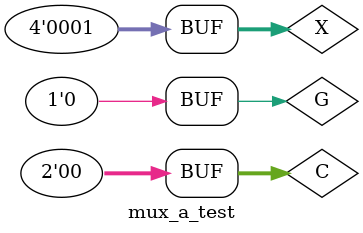
<source format=v>
`timescale 1ns / 1ps


module mux_a_test;

	// Inputs
	reg G;
	reg [1:0] C;
	reg [3:0] X;

	// Outputs
	wire Y;

	// Instantiate the Unit Under Test (UUT)
	mux_a uut (
		.G(G), 
		.C(C), 
		.X(X), 
		.Y(Y)
	);

	initial begin
		G = 0;
		C = 2'b00;
		X = 4'b0000;

		#100;
		
		G = 0;
		C = 2'b00;
		X = 4'b0001;
        
	end
      
endmodule


</source>
